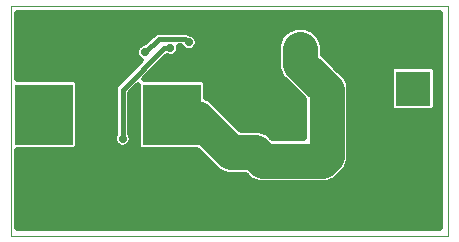
<source format=gbl>
G75*
G70*
%OFA0B0*%
%FSLAX24Y24*%
%IPPOS*%
%LPD*%
%AMOC8*
5,1,8,0,0,1.08239X$1,22.5*
%
%ADD10C,0.0000*%
%ADD11R,0.1969X0.2047*%
%ADD12C,0.0277*%
%ADD13C,0.0177*%
%ADD14C,0.0197*%
%ADD15C,0.0356*%
%ADD16R,0.1181X0.1181*%
%ADD17C,0.0150*%
%ADD18C,0.1181*%
%ADD19C,0.0181*%
D10*
X000228Y000100D02*
X000228Y007777D01*
X014795Y007777D01*
X014795Y000100D01*
X000228Y000100D01*
D11*
X001321Y004155D03*
X005592Y004155D03*
D12*
X003953Y003351D03*
X001962Y004229D03*
X001588Y004229D03*
X001214Y004229D03*
X000859Y004229D03*
X000505Y004229D03*
X000505Y004604D03*
X000859Y004604D03*
X001214Y004604D03*
X001588Y004604D03*
X001962Y004604D03*
X001942Y004978D03*
X001588Y004978D03*
X001214Y004978D03*
X000859Y004978D03*
X000505Y004978D03*
X004690Y006235D03*
X005543Y006371D03*
X006155Y006560D03*
X009480Y006458D03*
X009834Y006616D03*
X009834Y006281D03*
X009480Y006104D03*
X009834Y005946D03*
X010317Y005541D03*
X010691Y005403D03*
X011045Y005285D03*
X010494Y005049D03*
X010848Y004911D03*
X011203Y004793D03*
X010848Y004478D03*
X010494Y004576D03*
X011203Y004380D03*
X010848Y003986D03*
X010514Y004124D03*
X010514Y003769D03*
X010789Y003474D03*
X010533Y003218D03*
X010750Y002884D03*
X011025Y002628D03*
X010435Y002667D03*
X009982Y002549D03*
X009707Y002254D03*
X009411Y002529D03*
X009136Y002254D03*
X008840Y002549D03*
X008368Y002549D03*
X008033Y002667D03*
X007679Y002667D03*
X007640Y003041D03*
X007974Y003041D03*
X008329Y003041D03*
X008584Y002254D03*
X010277Y002254D03*
X010750Y002254D03*
X011045Y003159D03*
X011183Y003868D03*
X010140Y005187D03*
X009785Y005324D03*
D13*
X006155Y006560D02*
X006039Y006677D01*
X005172Y006677D01*
X004690Y006235D01*
X005334Y006371D02*
X003953Y004990D01*
X003953Y003351D01*
X005334Y006371D02*
X005543Y006371D01*
D14*
X005840Y006351D02*
X005944Y006351D01*
X005903Y006392D02*
X005987Y006308D01*
X006096Y006263D01*
X006214Y006263D01*
X006324Y006308D01*
X006407Y006392D01*
X006453Y006501D01*
X006453Y006619D01*
X006407Y006728D01*
X006324Y006812D01*
X006214Y006857D01*
X006207Y006857D01*
X006178Y006886D01*
X006088Y006924D01*
X005177Y006924D01*
X005133Y006926D01*
X005128Y006924D01*
X005122Y006924D01*
X005082Y006907D01*
X005041Y006892D01*
X005037Y006888D01*
X005032Y006886D01*
X005001Y006855D01*
X004649Y006532D01*
X004631Y006532D01*
X004522Y006487D01*
X004438Y006403D01*
X004393Y006294D01*
X004393Y006176D01*
X004438Y006067D01*
X004522Y005983D01*
X004575Y005961D01*
X003813Y005200D01*
X003744Y005130D01*
X003706Y005039D01*
X003706Y003524D01*
X003701Y003520D01*
X003656Y003410D01*
X003656Y003292D01*
X003701Y003183D01*
X003785Y003099D01*
X003894Y003054D01*
X004012Y003054D01*
X004121Y003099D01*
X004205Y003183D01*
X004250Y003292D01*
X004250Y003410D01*
X004205Y003520D01*
X004200Y003524D01*
X004200Y004888D01*
X004450Y005138D01*
X004450Y003066D01*
X004542Y002973D01*
X006434Y002973D01*
X006936Y002471D01*
X007146Y002260D01*
X007422Y002146D01*
X008048Y002146D01*
X008209Y001985D01*
X008485Y001871D01*
X010751Y001871D01*
X011026Y001985D01*
X011184Y002142D01*
X011395Y002353D01*
X011509Y002628D01*
X011509Y004837D01*
X011510Y004841D01*
X011509Y004986D01*
X011509Y005131D01*
X011507Y005135D01*
X011507Y005139D01*
X011450Y005272D01*
X011395Y005406D01*
X011392Y005409D01*
X011390Y005413D01*
X011286Y005514D01*
X011184Y005617D01*
X011180Y005619D01*
X010623Y006163D01*
X010623Y006489D01*
X010509Y006764D01*
X010298Y006975D01*
X010023Y007089D01*
X009725Y007089D01*
X009450Y006975D01*
X009239Y006764D01*
X009125Y006489D01*
X009125Y005993D01*
X009123Y005989D01*
X009125Y005844D01*
X009125Y005699D01*
X009127Y005695D01*
X009127Y005691D01*
X009183Y005558D01*
X009239Y005424D01*
X009242Y005421D01*
X009244Y005417D01*
X009347Y005315D01*
X009450Y005213D01*
X009454Y005211D01*
X010011Y004667D01*
X010011Y003369D01*
X008944Y003369D01*
X008782Y003530D01*
X008507Y003644D01*
X007881Y003644D01*
X006853Y004672D01*
X006735Y004721D01*
X006735Y005244D01*
X006642Y005337D01*
X004649Y005337D01*
X005414Y006102D01*
X005484Y006074D01*
X005602Y006074D01*
X005711Y006119D01*
X005795Y006203D01*
X005840Y006312D01*
X005840Y006430D01*
X005888Y006430D01*
X005903Y006392D01*
X005748Y006156D02*
X009125Y006156D01*
X009125Y006351D02*
X006367Y006351D01*
X006453Y006547D02*
X009149Y006547D01*
X009230Y006742D02*
X006394Y006742D01*
X005273Y005961D02*
X009124Y005961D01*
X009125Y005765D02*
X005077Y005765D01*
X004882Y005570D02*
X009178Y005570D01*
X009287Y005374D02*
X004686Y005374D01*
X004183Y005570D02*
X000427Y005570D01*
X000427Y005765D02*
X004379Y005765D01*
X004574Y005961D02*
X000427Y005961D01*
X000427Y006156D02*
X004401Y006156D01*
X004417Y006351D02*
X000427Y006351D01*
X000427Y006547D02*
X004665Y006547D01*
X004877Y006742D02*
X000427Y006742D01*
X000427Y006937D02*
X009412Y006937D01*
X010336Y006937D02*
X014539Y006937D01*
X014539Y007133D02*
X000427Y007133D01*
X000427Y007328D02*
X014539Y007328D01*
X014539Y007523D02*
X000427Y007523D01*
X000427Y007541D02*
X014539Y007541D01*
X014539Y000376D01*
X000427Y000376D01*
X000427Y002973D01*
X002371Y002973D01*
X002463Y003066D01*
X002463Y005244D01*
X002371Y005337D01*
X000427Y005337D01*
X000427Y007541D01*
X000427Y005374D02*
X003988Y005374D01*
X003793Y005179D02*
X002463Y005179D01*
X002463Y004984D02*
X003706Y004984D01*
X003706Y004788D02*
X002463Y004788D01*
X002463Y004593D02*
X003706Y004593D01*
X003706Y004398D02*
X002463Y004398D01*
X002463Y004202D02*
X003706Y004202D01*
X003706Y004007D02*
X002463Y004007D01*
X002463Y003812D02*
X003706Y003812D01*
X003706Y003616D02*
X002463Y003616D01*
X002463Y003421D02*
X003660Y003421D01*
X003683Y003226D02*
X002463Y003226D01*
X002428Y003030D02*
X004485Y003030D01*
X004450Y003226D02*
X004223Y003226D01*
X004246Y003421D02*
X004450Y003421D01*
X004450Y003616D02*
X004200Y003616D01*
X004200Y003812D02*
X004450Y003812D01*
X004450Y004007D02*
X004200Y004007D01*
X004200Y004202D02*
X004450Y004202D01*
X004450Y004398D02*
X004200Y004398D01*
X004200Y004593D02*
X004450Y004593D01*
X004450Y004788D02*
X004200Y004788D01*
X004296Y004984D02*
X004450Y004984D01*
X006735Y004984D02*
X009686Y004984D01*
X009886Y004788D02*
X006735Y004788D01*
X006932Y004593D02*
X010011Y004593D01*
X010011Y004398D02*
X007127Y004398D01*
X007323Y004202D02*
X010011Y004202D01*
X010011Y004007D02*
X007518Y004007D01*
X007714Y003812D02*
X010011Y003812D01*
X010011Y003616D02*
X008575Y003616D01*
X008892Y003421D02*
X010011Y003421D01*
X011509Y003421D02*
X014539Y003421D01*
X014539Y003616D02*
X011509Y003616D01*
X011509Y003812D02*
X014539Y003812D01*
X014539Y004007D02*
X011509Y004007D01*
X011509Y004202D02*
X014539Y004202D01*
X014383Y004365D02*
X014290Y004272D01*
X012978Y004272D01*
X012885Y004365D01*
X012885Y005677D01*
X012978Y005770D01*
X014290Y005770D01*
X014383Y005677D01*
X014383Y004365D01*
X014383Y004398D02*
X014539Y004398D01*
X014539Y004593D02*
X014383Y004593D01*
X014383Y004788D02*
X014539Y004788D01*
X014539Y004984D02*
X014383Y004984D01*
X014383Y005179D02*
X014539Y005179D01*
X014539Y005374D02*
X014383Y005374D01*
X014383Y005570D02*
X014539Y005570D01*
X014539Y005765D02*
X014295Y005765D01*
X014539Y005961D02*
X010830Y005961D01*
X010630Y006156D02*
X014539Y006156D01*
X014539Y006351D02*
X010623Y006351D01*
X010599Y006547D02*
X014539Y006547D01*
X014539Y006742D02*
X010518Y006742D01*
X011030Y005765D02*
X012972Y005765D01*
X012885Y005570D02*
X011231Y005570D01*
X011408Y005374D02*
X012885Y005374D01*
X012885Y005179D02*
X011490Y005179D01*
X011509Y004984D02*
X012885Y004984D01*
X012885Y004788D02*
X011509Y004788D01*
X011509Y004593D02*
X012885Y004593D01*
X012885Y004398D02*
X011509Y004398D01*
X009487Y005179D02*
X006735Y005179D01*
X007640Y003041D02*
X007600Y002895D01*
X007571Y002895D01*
X006767Y002640D02*
X000427Y002640D01*
X000427Y002835D02*
X006572Y002835D01*
X006963Y002444D02*
X000427Y002444D01*
X000427Y002249D02*
X007174Y002249D01*
X008141Y002054D02*
X000427Y002054D01*
X000427Y001858D02*
X014539Y001858D01*
X014539Y002054D02*
X011095Y002054D01*
X011291Y002249D02*
X014539Y002249D01*
X014539Y002444D02*
X011432Y002444D01*
X011509Y002640D02*
X014539Y002640D01*
X014539Y002835D02*
X011509Y002835D01*
X011509Y003030D02*
X014539Y003030D01*
X014539Y003226D02*
X011509Y003226D01*
X014539Y001663D02*
X000427Y001663D01*
X000427Y001467D02*
X014539Y001467D01*
X014539Y001272D02*
X000427Y001272D01*
X000427Y001077D02*
X014539Y001077D01*
X014539Y000881D02*
X000427Y000881D01*
X000427Y000686D02*
X014539Y000686D01*
X014539Y000491D02*
X000427Y000491D01*
D15*
X000642Y000513D03*
X001232Y000513D03*
X001823Y000513D03*
X001823Y001104D03*
X001232Y001104D03*
X000642Y001104D03*
X002216Y001891D03*
X002807Y001891D03*
X005169Y001694D03*
X005760Y001694D03*
X005760Y001104D03*
X005169Y001104D03*
X005169Y000513D03*
X004579Y000513D03*
X003988Y000513D03*
X003397Y000513D03*
X005760Y000513D03*
X006350Y000513D03*
X006941Y000513D03*
X007531Y000513D03*
X008122Y000513D03*
X008712Y000513D03*
X009303Y000513D03*
X009894Y000513D03*
X010484Y000513D03*
X011075Y000513D03*
X011665Y000513D03*
X012256Y000513D03*
X012846Y000513D03*
X013437Y000513D03*
X014027Y000513D03*
X014027Y001104D03*
X013437Y001104D03*
X012846Y001104D03*
X012846Y001694D03*
X013437Y001694D03*
X014027Y001694D03*
X008988Y003781D03*
X008516Y003781D03*
X008516Y004194D03*
X008988Y004194D03*
X008043Y004194D03*
X007492Y004234D03*
X007492Y004667D03*
X008043Y004667D03*
X007492Y005100D03*
X006980Y005100D03*
X006980Y004667D03*
X008890Y006242D03*
X008437Y006340D03*
X008004Y006340D03*
X008004Y006714D03*
X008437Y006714D03*
X008890Y006714D03*
X004303Y007443D03*
X003732Y007443D03*
X003161Y007443D03*
X002571Y007443D03*
X001960Y007443D03*
X001350Y007443D03*
X000760Y007443D03*
D16*
X013634Y005021D03*
X013634Y002856D03*
D17*
X007640Y003041D02*
X006712Y003930D01*
X006712Y004155D01*
X005592Y004155D01*
D18*
X005760Y004037D02*
X006429Y004037D01*
X007571Y002895D01*
X008358Y002895D01*
X008634Y002620D01*
X010602Y002620D01*
X010760Y002777D01*
X010760Y004982D01*
X009874Y005848D01*
X009874Y006340D01*
D19*
X001321Y004155D02*
X001214Y004155D01*
X001214Y004229D01*
M02*

</source>
